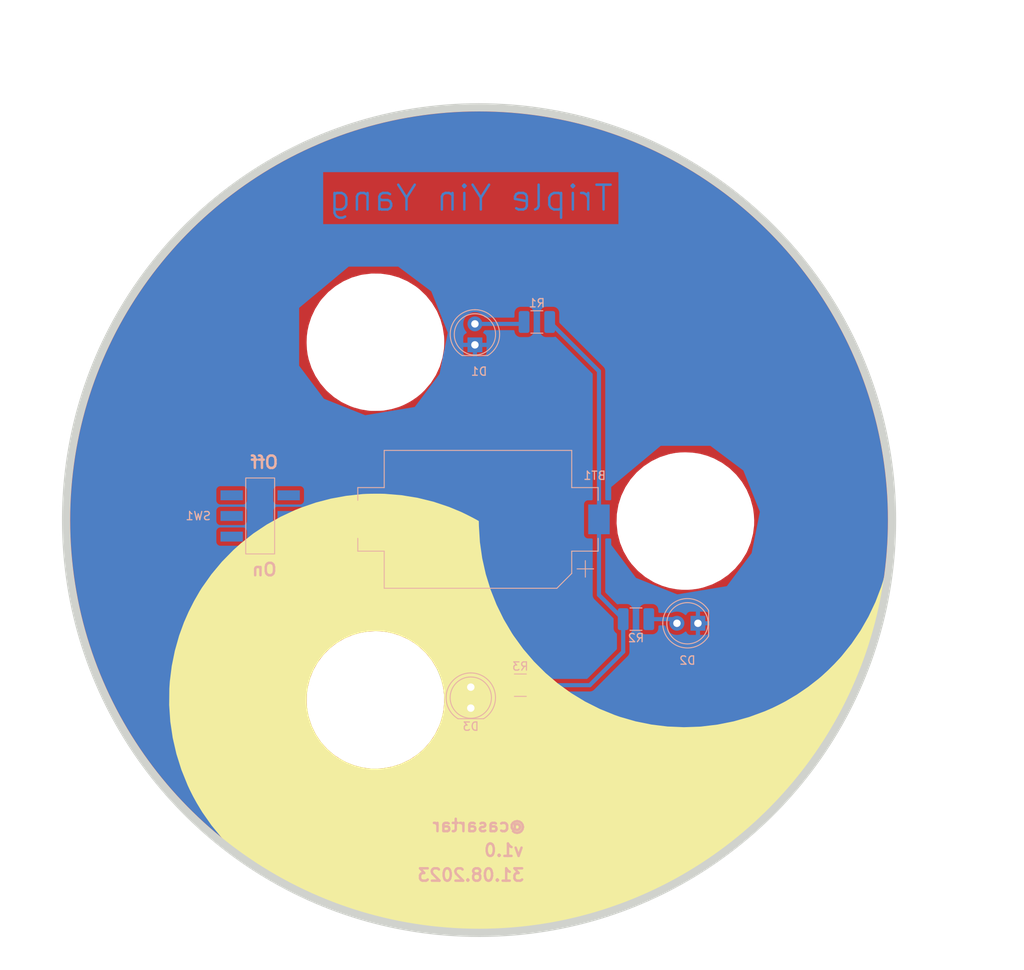
<source format=kicad_pcb>
(kicad_pcb (version 20211014) (generator pcbnew)
  (layers (0 "F.Cu" signal) (31 "B.Cu" signal) (34 "B.Paste" user) (35 "F.Paste" user) (36 "B.SilkS" user "B.Silkscreen") (37 "F.SilkS" user "F.Silkscreen") (38 "B.Mask" user) (39 "F.Mask" user) (44 "Edge.Cuts" user))
  (net 0 "")
  (net 1 "+3V0")
  (net 2 "Net-(BT1-Pad2)")
  (net 3 "GND")
  (net 4 "Net-(D1-Pad2)")
  (net 5 "Net-(D2-Pad2)")
  (net 10 "Net-(D3-Pad2)")
  (footprint "Graphics" (layer "F.Cu") (at 50 50)
    (fp_text reference "" (at 0 0) (layer "F.SilkS") (effects (font (size 1.27 1.27))))
    (fp_text value "" (at 0 0) (layer "F.SilkS") (effects (font (size 1.27 1.27))))
  )
  (footprint "Graphics" (layer "F.Cu") (at 50 50)
    (fp_text reference "" (at 0 0) (layer "F.SilkS") (effects (font (size 1.27 1.27))))
    (fp_text value "" (at 0 0) (layer "F.SilkS") (effects (font (size 1.27 1.27))))
    (fp_poly (pts (xy 50.896 0.099) (xy 51.44 0.107) (xy 51.81 0.118) (xy 54.428 0.284) (xy 56.966 0.57) (xy 59.455 0.982) (xy 61.91 1.52) (xy 64.628 2.268) (xy 67.282 3.162) (xy 69.876 4.203) (xy 72.414 5.393) (xy 74.899 6.734) (xy 76.43 7.651) (xy 78.722 9.17) (xy 80.938 10.825) (xy 83.068 12.606) (xy 85.1 14.504) (xy 87.024 16.508) (xy 88.83 18.609) (xy 90.422 20.68) (xy 92.032 23.03) (xy 93.499 25.449) (xy 94.821 27.937) (xy 95.997 30.49) (xy 97.028 33.109) (xy 97.566 34.68) (xy 98.352 37.356) (xy 98.982 40.061) (xy 99.46 42.801) (xy 99.784 45.581) (xy 99.956 48.406) (xy 99.987 50.18) (xy 99.984 50.911) (xy 99.974 51.544) (xy 99.955 52.143) (xy 99.925 52.768) (xy 99.899 53.21) (xy 99.645 56.022) (xy 99.236 58.8) (xy 98.674 61.54) (xy 97.96 64.237) (xy 97.097 66.885) (xy 96.087 69.48) (xy 94.931 72.017) (xy 93.632 74.49) (xy 92.191 76.895) (xy 90.611 79.226) (xy 88.894 81.479) (xy 88.141 82.39) (xy 86.942 83.75) (xy 85.647 85.115) (xy 84.309 86.431) (xy 83.22 87.432) (xy 81.046 89.258) (xy 78.784 90.952) (xy 76.437 92.512) (xy 74.011 93.935) (xy 71.51 95.218) (xy 68.939 96.359) (xy 66.303 97.355) (xy 65.482 97.631) (xy 62.908 98.391) (xy 60.269 99.016) (xy 57.59 99.501) (xy 54.897 99.842) (xy 52.218 100.033) (xy 52.04 100.04) (xy 51.774 100.048) (xy 51.396 100.055) (xy 50.943 100.061) (xy 50.455 100.066) (xy 49.97 100.07) (xy 49.526 100.072) (xy 49.162 100.071) (xy 48.915 100.068) (xy 48.9 100.068) (xy 47.481 100.014) (xy 46.167 99.934) (xy 44.905 99.823) (xy 43.641 99.678) (xy 42.92 99.58) (xy 40.143 99.106) (xy 37.406 98.478) (xy 34.715 97.698) (xy 32.075 96.768) (xy 29.491 95.69) (xy 26.967 94.466) (xy 24.51 93.098) (xy 22.125 91.588) (xy 21.471 91.141) (xy 19.216 89.475) (xy 17.053 87.68) (xy 14.989 85.764) (xy 13.034 83.734) (xy 11.194 81.599) (xy 11.018 81.38) (xy 9.308 79.128) (xy 7.735 76.795) (xy 6.302 74.387) (xy 5.009 71.909) (xy 4.956 71.79) (xy 29.131 71.79) (xy 29.133 72.143) (xy 29.139 72.388) (xy 29.153 72.581) (xy 29.175 72.773) (xy 29.176 72.78) (xy 29.244 73.231) (xy 29.323 73.618) (xy 29.382 73.859) (xy 29.745 74.955) (xy 30.246 75.975) (xy 30.876 76.909) (xy 31.627 77.747) (xy 32.491 78.48) (xy 33.46 79.099) (xy 34 79.37) (xy 34.93 79.728) (xy 35.908 79.977) (xy 36.62 80.079) (xy 36.815 80.097) (xy 36.93 80.108) (xy 37.096 80.114) (xy 37.367 80.112) (xy 37.686 80.104) (xy 37.999 80.093) (xy 38.25 80.078) (xy 38.328 80.071) (xy 39.465 79.868) (xy 40.554 79.517) (xy 41.581 79.024) (xy 42.53 78.396) (xy 43.267 77.761) (xy 44.027 76.912) (xy 44.662 75.967) (xy 45.166 74.934) (xy 45.337 74.476) (xy 45.575 73.663) (xy 45.715 72.876) (xy 45.773 72.03) (xy 45.775 71.964) (xy 45.754 71.083) (xy 45.653 70.277) (xy 45.46 69.476) (xy 45.361 69.16) (xy 45.22 68.76) (xy 45.078 68.414) (xy 44.897 68.036) (xy 44.858 67.96) (xy 44.278 66.993) (xy 43.566 66.111) (xy 42.73 65.326) (xy 42.33 65.016) (xy 41.446 64.462) (xy 40.469 64.013) (xy 39.537 63.712) (xy 38.792 63.552) (xy 38.057 63.471) (xy 37.47 63.454) (xy 36.496 63.504) (xy 35.571 63.665) (xy 34.8 63.886) (xy 33.754 64.315) (xy 32.787 64.876) (xy 31.911 65.558) (xy 31.135 66.349) (xy 30.469 67.236) (xy 29.924 68.207) (xy 29.511 69.252) (xy 29.251 70.285) (xy 29.192 70.641) (xy 29.155 70.957) (xy 29.137 71.297) (xy 29.131 71.724) (xy 29.131 71.79) (xy 4.956 71.79) (xy 3.86 69.366) (xy 2.856 66.764) (xy 2 64.109) (xy 1.293 61.404) (xy 0.738 58.657) (xy 0.336 55.872) (xy 0.119 53.51) (xy 0.069 52.631) (xy 0.033 51.677) (xy 0.01 50.697) (xy 0.007 50.401) (xy 66.649 50.401) (xy 66.772 51.565) (xy 66.791 51.673) (xy 67.069 52.748) (xy 67.495 53.785) (xy 68.059 54.761) (xy 68.461 55.31) (xy 69.241 56.162) (xy 70.12 56.889) (xy 71.101 57.492) (xy 71.29 57.589) (xy 72.172 57.968) (xy 73.072 58.233) (xy 73.96 58.39) (xy 74.592 58.442) (xy 75.273 58.445) (xy 75.81 58.41) (xy 76.351 58.339) (xy 76.834 58.243) (xy 77.17 58.158) (xy 78.246 57.784) (xy 79.252 57.271) (xy 80.178 56.629) (xy 81.009 55.868) (xy 81.733 54.999) (xy 82.338 54.031) (xy 82.447 53.82) (xy 82.888 52.759) (xy 83.176 51.648) (xy 83.303 50.639) (xy 83.313 50.024) (xy 83.273 49.344) (xy 83.188 48.683) (xy 83.15 48.478) (xy 82.846 47.373) (xy 82.403 46.335) (xy 81.83 45.374) (xy 81.137 44.502) (xy 80.334 43.73) (xy 79.431 43.07) (xy 78.439 42.533) (xy 77.64 42.217) (xy 76.751 41.968) (xy 75.86 41.83) (xy 74.98 41.791) (xy 74.342 41.808) (xy 73.778 41.865) (xy 73.204 41.973) (xy 72.965 42.029) (xy 71.891 42.375) (xy 70.877 42.863) (xy 69.938 43.482) (xy 69.089 44.22) (xy 68.345 45.068) (xy 67.72 46.012) (xy 67.715 46.02) (xy 67.218 47.059) (xy 66.873 48.14) (xy 66.683 49.257) (xy 66.649 50.401) (xy 0.007 50.401) (xy 0.002 49.739) (xy 0.009 48.851) (xy 0.028 48.21) (xy 0.186 45.705) (xy 0.454 43.283) (xy 0.836 40.909) (xy 1.151 39.36) (xy 1.836 36.612) (xy 2.67 33.922) (xy 3.651 31.293) (xy 4.779 28.727) (xy 4.941 28.411) (xy 29.123 28.411) (xy 29.126 28.656) (xy 29.16 29.326) (xy 29.242 29.932) (xy 29.372 30.53) (xy 29.71 31.553) (xy 30.192 32.542) (xy 30.803 33.469) (xy 31.528 34.308) (xy 31.56 34.341) (xy 32.428 35.099) (xy 33.384 35.724) (xy 34.423 36.212) (xy 34.84 36.361) (xy 35.665 36.591) (xy 36.51 36.733) (xy 36.84 36.767) (xy 37.029 36.774) (xy 37.322 36.774) (xy 37.666 36.769) (xy 38.009 36.759) (xy 38.298 36.746) (xy 38.48 36.732) (xy 39.388 36.563) (xy 40.227 36.318) (xy 40.55 36.198) (xy 40.891 36.048) (xy 41.292 35.848) (xy 41.681 35.634) (xy 41.91 35.495) (xy 42.485 35.098) (xy 42.98 34.692) (xy 43.41 34.278) (xy 44.162 33.397) (xy 44.776 32.436) (xy 45.25 31.402) (xy 45.58 30.297) (xy 45.752 29.26) (xy 45.775 28.93) (xy 45.786 28.522) (xy 45.783 28.11) (xy 45.768 27.768) (xy 45.762 27.71) (xy 45.599 26.662) (xy 45.325 25.692) (xy 44.925 24.752) (xy 44.861 24.626) (xy 44.291 23.687) (xy 43.593 22.817) (xy 42.79 22.047) (xy 42.3 21.666) (xy 41.334 21.072) (xy 40.302 20.618) (xy 39.22 20.309) (xy 38.104 20.146) (xy 36.97 20.135) (xy 35.835 20.276) (xy 35.671 20.31) (xy 34.594 20.622) (xy 33.568 21.08) (xy 32.611 21.672) (xy 31.739 22.386) (xy 30.97 23.213) (xy 30.715 23.544) (xy 30.147 24.444) (xy 29.691 25.42) (xy 29.38 26.378) (xy 29.231 27.069) (xy 29.148 27.719) (xy 29.123 28.411) (xy 4.941 28.411) (xy 6.053 26.227) (xy 7.471 23.794) (xy 9.031 21.431) (xy 10.734 19.141) (xy 11.029 18.77) (xy 12.344 17.206) (xy 13.768 15.647) (xy 15.259 14.142) (xy 16.77 12.738) (xy 18.945 10.911) (xy 21.206 9.217) (xy 23.549 7.659) (xy 25.969 6.239) (xy 28.46 4.959) (xy 31.019 3.822) (xy 33.641 2.83) (xy 36.321 1.986) (xy 39.055 1.292) (xy 39.23 1.253) (xy 41.681 0.777) (xy 44.157 0.427) (xy 46.692 0.198) (xy 47.97 0.128) (xy 48.431 0.113) (xy 49 0.103) (xy 49.631 0.097) (xy 50.278 0.095)) (layer "F.Cu") (width 0) (fill solid))
  )
  (footprint "Graphics" (layer "F.Cu") (at 50 50)
    (fp_text reference "" (at 0 0) (layer "F.SilkS") (effects (font (size 1.27 1.27))))
    (fp_text value "" (at 0 0) (layer "F.SilkS") (effects (font (size 1.27 1.27))))
    (fp_poly (pts (xy 38.226 46.808) (xy 38.587 46.818) (xy 38.59 46.818) (xy 40.597 46.983) (xy 42.562 47.303) (xy 44.484 47.776) (xy 46.365 48.405) (xy 47.737 48.972) (xy 48.103 49.143) (xy 48.546 49.36) (xy 49.003 49.591) (xy 49.411 49.805) (xy 49.56 49.886) (xy 49.97 50.113) (xy 49.984 50.731) (xy 50.106 52.686) (xy 50.384 54.627) (xy 50.815 56.543) (xy 51.395 58.42) (xy 52.121 60.249) (xy 52.988 62.018) (xy 53.992 63.714) (xy 54.187 64.01) (xy 55.36 65.624) (xy 56.65 67.13) (xy 58.049 68.524) (xy 59.551 69.799) (xy 61.148 70.952) (xy 62.834 71.977) (xy 64.602 72.867) (xy 66.445 73.619) (xy 67.083 73.841) (xy 68.952 74.379) (xy 70.869 74.767) (xy 72.819 75.005) (xy 74.791 75.089) (xy 76.769 75.019) (xy 76.9 75.009) (xy 78.862 74.774) (xy 80.81 74.384) (xy 82.723 73.845) (xy 84.582 73.162) (xy 85.451 72.784) (xy 85.74 72.647) (xy 86.111 72.464) (xy 86.505 72.266) (xy 86.862 72.082) (xy 87.09 71.96) (xy 88.488 71.13) (xy 89.852 70.197) (xy 91.128 69.2) (xy 91.51 68.872) (xy 92.241 68.2) (xy 92.99 67.456) (xy 93.692 66.706) (xy 93.892 66.48) (xy 95.096 64.981) (xy 96.186 63.378) (xy 97.153 61.685) (xy 97.989 59.919) (xy 98.684 58.095) (xy 98.909 57.39) (xy 99.414 55.464) (xy 99.76 53.522) (xy 99.951 51.551) (xy 99.981 50.86) (xy 99.988 50.623) (xy 99.992 50.515) (xy 99.993 50.542) (xy 99.992 50.713) (xy 99.989 51.036) (xy 99.988 51.06) (xy 99.894 53.446) (xy 99.669 55.884) (xy 99.32 58.341) (xy 98.851 60.785) (xy 98.268 63.182) (xy 97.686 65.16) (xy 97.599 65.433) (xy 97.524 65.671) (xy 97.495 65.76) (xy 97.411 66.016) (xy 97.286 66.376) (xy 97.138 66.796) (xy 96.982 67.23) (xy 96.833 67.634) (xy 96.816 67.68) (xy 95.763 70.269) (xy 94.562 72.802) (xy 93.22 75.268) (xy 91.743 77.653) (xy 91.593 77.88) (xy 89.98 80.156) (xy 88.241 82.335) (xy 86.381 84.414) (xy 84.405 86.385) (xy 82.321 88.243) (xy 80.132 89.983) (xy 77.846 91.6) (xy 77.43 91.873) (xy 75.007 93.355) (xy 72.513 94.695) (xy 69.953 95.892) (xy 67.334 96.942) (xy 64.662 97.845) (xy 61.943 98.598) (xy 59.182 99.2) (xy 56.386 99.648) (xy 53.561 99.942) (xy 51.38 100.06) (xy 51.107 100.066) (xy 50.719 100.071) (xy 50.259 100.074) (xy 49.767 100.076) (xy 49.285 100.075) (xy 48.853 100.074) (xy 48.513 100.07) (xy 48.36 100.066) (xy 45.888 99.933) (xy 43.497 99.692) (xy 41.146 99.339) (xy 38.93 98.897) (xy 36.217 98.213) (xy 33.55 97.375) (xy 30.93 96.385) (xy 28.361 95.244) (xy 25.846 93.954) (xy 24.87 93.404) (xy 23.225 92.362) (xy 21.667 91.189) (xy 20.205 89.895) (xy 18.846 88.487) (xy 17.601 86.975) (xy 16.478 85.368) (xy 15.826 84.29) (xy 15.369 83.462) (xy 14.973 82.674) (xy 14.716 82.12) (xy 13.961 80.248) (xy 13.358 78.332) (xy 12.91 76.381) (xy 12.617 74.404) (xy 12.481 72.406) (xy 12.483 72.197) (xy 29.134 72.197) (xy 29.17 72.648) (xy 29.369 73.78) (xy 29.715 74.86) (xy 30.199 75.876) (xy 30.814 76.815) (xy 31.552 77.663) (xy 32.404 78.409) (xy 32.882 78.746) (xy 33.888 79.312) (xy 34.95 79.729) (xy 36.071 79.998) (xy 36.9 80.1) (xy 37.165 80.109) (xy 37.516 80.109) (xy 37.878 80.099) (xy 38.177 80.081) (xy 38.19 80.08) (xy 39.337 79.894) (xy 40.44 79.556) (xy 41.489 79.069) (xy 42.026 78.747) (xy 42.928 78.066) (xy 43.723 77.273) (xy 44.402 76.382) (xy 44.956 75.405) (xy 45.376 74.358) (xy 45.654 73.254) (xy 45.699 72.976) (xy 45.777 72.029) (xy 45.749 71.049) (xy 45.639 70.23) (xy 45.349 69.121) (xy 44.921 68.082) (xy 44.365 67.124) (xy 43.693 66.255) (xy 42.915 65.485) (xy 42.041 64.824) (xy 41.081 64.281) (xy 40.045 63.865) (xy 38.945 63.586) (xy 38.272 63.49) (xy 37.909 63.467) (xy 37.467 63.46) (xy 37.025 63.467) (xy 36.668 63.49) (xy 35.515 63.686) (xy 34.421 64.027) (xy 33.395 64.507) (xy 32.448 65.121) (xy 31.59 65.864) (xy 30.831 66.728) (xy 30.71 66.891) (xy 30.11 67.849) (xy 29.647 68.877) (xy 29.327 69.957) (xy 29.154 71.07) (xy 29.134 72.197) (xy 12.483 72.197) (xy 12.502 70.397) (xy 12.561 69.53) (xy 12.793 67.672) (xy 13.172 65.812) (xy 13.688 63.986) (xy 14.268 62.394) (xy 14.838 61.097) (xy 15.492 59.807) (xy 16.195 58.587) (xy 16.446 58.19) (xy 17.593 56.568) (xy 18.865 55.044) (xy 20.262 53.62) (xy 21.19 52.789) (xy 22.684 51.615) (xy 24.285 50.547) (xy 25.97 49.599) (xy 27.715 48.784) (xy 28.44 48.493) (xy 30.237 47.877) (xy 32.052 47.403) (xy 33.913 47.063) (xy 35.846 46.852) (xy 36.03 46.839) (xy 36.352 46.824) (xy 36.784 46.812) (xy 37.274 46.806) (xy 37.771 46.804)) (layer "F.SilkS") (width 0) (fill solid))
  )
  (footprint "Graphics" (layer "F.Cu") (at 50 50)
    (fp_text reference "" (at 0 0) (layer "F.SilkS") (effects (font (size 1.27 1.27))))
    (fp_text value "" (at 0 0) (layer "F.SilkS") (effects (font (size 1.27 1.27))))
  )
  (footprint "Graphics" (layer "F.Cu") (at 50 50)
    (fp_text reference "" (at 0 0) (layer "F.SilkS") (effects (font (size 1.27 1.27))))
    (fp_text value "" (at 0 0) (layer "F.SilkS") (effects (font (size 1.27 1.27))))
  )
  (footprint "LED_THT:LED_D5.0mm" (layer "B.Cu") (at 126.5 112.5 180)
    (fp_text reference "D2" (at 1.27 -4.5) (layer "B.SilkS") (effects (justify mirror)))
    (fp_text value "LED")
    (fp_line (start -1.29 1.545) (end -1.29 -1.545) (layer "B.SilkS") (width 0.12))
    (fp_arc (start -1.29 -1.54483) (mid 2.072002 -2.880433) (end 4.26 0.000462) (layer "B.SilkS") (width 0.12))
    (fp_arc (start 4.26 -0.000462) (mid 2.072002 2.880433) (end -1.29 1.54483) (layer "B.SilkS") (width 0.12))
    (fp_circle (center 1.27 0) (end 3.77 0) (layer "B.SilkS") (width 0.12) (fill none))
    (pad "1" thru_hole rect (at 0 0 180) (size 1.8 1.8) (drill 0.9) (layers *.Cu *.Mask) (net 3 "GND"))
    (pad "2" thru_hole circle (at 2.54 0 180) (size 1.8 1.8) (drill 0.9) (layers *.Cu *.Mask) (net 5 "Net-(D2-Pad2)"))
  )
  (footprint "LED_THT:LED_D5.0mm" (layer "B.Cu") (at 99 122.775 90)
    (fp_text reference "D3" (at -2.225 0 180) (layer "B.SilkS") (effects (justify mirror)))
    (fp_text value "LED")
    (fp_line (start -1.29 1.545) (end -1.29 -1.545) (layer "B.SilkS") (width 0.12))
    (fp_arc (start 4.26 -0.000462) (mid 2.072002 2.880433) (end -1.29 1.54483) (layer "B.SilkS") (width 0.12))
    (fp_arc (start -1.29 -1.54483) (mid 2.072002 -2.880433) (end 4.26 0.000462) (layer "B.SilkS") (width 0.12))
    (fp_circle (center 1.27 0) (end 3.77 0) (layer "B.SilkS") (width 0.12) (fill none))
    (pad "1" thru_hole rect (at 0 0 90) (size 1.8 1.8) (drill 0.9) (layers *.Cu *.Mask) (net 3 "GND"))
    (pad "2" thru_hole circle (at 2.54 0 90) (size 1.8 1.8) (drill 0.9) (layers *.Cu *.Mask) (net 10 "Net-(D3-Pad2)"))
  )
  (footprint "Graphics" (layer "B.Cu") (at 50 50)
    (fp_text reference "" (at 0 0) (layer "F.SilkS") (effects (font (size 1.27 1.27))))
    (fp_text value "" (at 0 0) (layer "F.SilkS") (effects (font (size 1.27 1.27))))
  )
  (footprint "Resistor_SMD:R_1210_3225Metric_Pad1.30x2.65mm_HandSolder" (layer "B.Cu") (at 119 112)
    (fp_text reference "R2" (at 0 2.28) (layer "B.SilkS") (effects (justify mirror)))
    (fp_text value "200")
    (fp_line (start -0.723737 -1.355) (end 0.723737 -1.355) (layer "B.SilkS") (width 0.12))
    (fp_line (start -0.723737 1.355) (end 0.723737 1.355) (layer "B.SilkS") (width 0.12))
    (pad "1" smd roundrect (at -1.55 0) (size 1.3 2.65) (layers "B.Cu" "B.Paste" "B.Mask") (roundrect_rratio 0.192308) (net 1 "+3V0"))
    (pad "2" smd roundrect (at 1.55 0) (size 1.3 2.65) (layers "B.Cu" "B.Paste" "B.Mask") (roundrect_rratio 0.192308) (net 5 "Net-(D2-Pad2)"))
  )
  (footprint "MSS22D18G2:MSS22D18G2" (layer "B.Cu") (at 73.5 99.5 90)
    (fp_text reference "SW1" (at 0 -7.5 unlocked) (layer "B.SilkS") (effects (justify mirror)))
    (fp_text value "SW_DPDT_x2")
    (fp_rect (start -4.6 1.75) (end 4.6 -1.75) (layer "B.SilkS") (width 0.12) (fill none))
    (pad "1" smd rect (at -2.5 3.45) (size 2.7 1.2) (layers "B.Cu" "B.Paste" "B.Mask") (net 3 "GND"))
    (pad "2" smd rect (at 0 3.45) (size 2.7 1.2) (layers "B.Cu" "B.Paste" "B.Mask") (net 2 "Net-(BT1-Pad2)"))
    (pad "3" smd rect (at 2.5 3.45) (size 2.7 1.2) (layers "B.Cu" "B.Paste" "B.Mask"))
    (pad "4" smd rect (at -2.5 -3.45) (size 2.7 1.2) (layers "B.Cu" "B.Paste" "B.Mask"))
    (pad "5" smd rect (at 0 -3.45) (size 2.7 1.2) (layers "B.Cu" "B.Paste" "B.Mask"))
    (pad "6" smd rect (at 2.5 -3.45) (size 2.7 1.2) (layers "B.Cu" "B.Paste" "B.Mask"))
  )
  (footprint "LED_THT:LED_D5.0mm" (layer "B.Cu") (at 99.5 78.775 90)
    (fp_text reference "D1" (at -3.225 0.5 180) (layer "B.SilkS") (effects (justify mirror)))
    (fp_text value "LED")
    (fp_line (start -1.29 1.545) (end -1.29 -1.545) (layer "B.SilkS") (width 0.12))
    (fp_arc (start 4.26 -0.000462) (mid 2.072002 2.880433) (end -1.29 1.54483) (layer "B.SilkS") (width 0.12))
    (fp_arc (start -1.29 -1.54483) (mid 2.072002 -2.880433) (end 4.26 0.000462) (layer "B.SilkS") (width 0.12))
    (fp_circle (center 1.27 0) (end 3.77 0) (layer "B.SilkS") (width 0.12) (fill none))
    (pad "1" thru_hole rect (at 0 0 90) (size 1.8 1.8) (drill 0.9) (layers *.Cu *.Mask) (net 3 "GND"))
    (pad "2" thru_hole circle (at 2.54 0 90) (size 1.8 1.8) (drill 0.9) (layers *.Cu *.Mask) (net 4 "Net-(D1-Pad2)"))
  )
  (footprint "Resistor_SMD:R_1210_3225Metric_Pad1.30x2.65mm_HandSolder" (layer "B.Cu") (at 105 120 180)
    (fp_text reference "R3" (at 0 2.28) (layer "B.SilkS") (effects (justify mirror)))
    (fp_text value "200")
    (fp_line (start -0.723737 -1.355) (end 0.723737 -1.355) (layer "B.SilkS") (width 0.12))
    (fp_line (start -0.723737 1.355) (end 0.723737 1.355) (layer "B.SilkS") (width 0.12))
    (pad "1" smd roundrect (at -1.55 0 180) (size 1.3 2.65) (layers "B.Cu" "B.Paste" "B.Mask") (roundrect_rratio 0.192308) (net 1 "+3V0"))
    (pad "2" smd roundrect (at 1.55 0 180) (size 1.3 2.65) (layers "B.Cu" "B.Paste" "B.Mask") (roundrect_rratio 0.192308) (net 10 "Net-(D3-Pad2)"))
  )
  (footprint "Battery:BatteryHolder_Keystone_1060_1x2032" (layer "B.Cu") (at 99.8685 99.911 180)
    (fp_text reference "BT1" (at -14.125 5.3) (layer "B.SilkS") (effects (justify mirror)))
    (fp_text value "Battery_Cell")
    (fp_line (start -9.55 -8.35) (end -11.35 -6.55) (layer "B.SilkS") (width 0.12))
    (fp_line (start 11.35 8.35) (end 11.35 3.85) (layer "B.SilkS") (width 0.12))
    (fp_line (start -12 -6) (end -14 -6) (layer "B.SilkS") (width 0.12))
    (fp_line (start 11.35 -8.35) (end -9.55 -8.35) (layer "B.SilkS") (width 0.12))
    (fp_line (start -14.55 3.85) (end -14.55 2.3) (layer "B.SilkS") (width 0.12))
    (fp_line (start -14.55 -3.85) (end -14.55 -2.3) (layer "B.SilkS") (width 0.12))
    (fp_line (start 14.55 -3.85) (end 14.55 -2.3) (layer "B.SilkS") (width 0.12))
    (fp_line (start 11.35 -3.85) (end 14.55 -3.85) (layer "B.SilkS") (width 0.12))
    (fp_line (start -11.35 -6.55) (end -11.35 -3.85) (layer "B.SilkS") (width 0.12))
    (fp_line (start 11.35 3.85) (end 14.55 3.85) (layer "B.SilkS") (width 0.12))
    (fp_line (start -11.35 -3.85) (end -14.55 -3.85) (layer "B.SilkS") (width 0.12))
    (fp_line (start 11.35 -8.35) (end 11.35 -3.85) (layer "B.SilkS") (width 0.12))
    (fp_line (start -11.35 8.35) (end 11.35 8.35) (layer "B.SilkS") (width 0.12))
    (fp_line (start -11.35 3.85) (end -14.55 3.85) (layer "B.SilkS") (width 0.12))
    (fp_line (start 14.55 3.85) (end 14.55 2.3) (layer "B.SilkS") (width 0.12))
    (fp_line (start -13 -5) (end -13 -7) (layer "B.SilkS") (width 0.12))
    (fp_line (start -11.35 8.35) (end -11.35 3.85) (layer "B.SilkS") (width 0.12))
    (pad "1" smd rect (at -14.65 0) (size 2.6 3.6) (layers "B.Cu" "B.Paste" "B.Mask") (net 1 "+3V0"))
    (pad "2" smd rect (at 14.65 0) (size 2.6 3.6) (layers "B.Cu" "B.Paste" "B.Mask") (net 2 "Net-(BT1-Pad2)"))
  )
  (footprint "Resistor_SMD:R_1210_3225Metric_Pad1.30x2.65mm_HandSolder" (layer "B.Cu") (at 107 76 180)
    (fp_text reference "R1" (at 0 2.28) (layer "B.SilkS") (effects (justify mirror)))
    (fp_text value "200")
    (fp_line (start -0.723737 1.355) (end 0.723737 1.355) (layer "B.SilkS") (width 0.12))
    (fp_line (start -0.723737 -1.355) (end 0.723737 -1.355) (layer "B.SilkS") (width 0.12))
    (pad "1" smd roundrect (at -1.55 0 180) (size 1.3 2.65) (layers "B.Cu" "B.Paste" "B.Mask") (roundrect_rratio 0.192308) (net 1 "+3V0"))
    (pad "2" smd roundrect (at 1.55 0 180) (size 1.3 2.65) (layers "B.Cu" "B.Paste" "B.Mask") (roundrect_rratio 0.192308) (net 4 "Net-(D1-Pad2)"))
  )
  (gr_poly (pts (xy 150 100) (xy 149.99 100.995) (xy 149.961 101.986) (xy 149.913 102.971) (xy 149.846 103.952) (xy 149.76 104.927) (xy 149.656 105.897) (xy 149.533 106.861) (xy 149.392 107.82) (xy 149.233 108.772) (xy 149.056 109.718) (xy 148.862 110.658) (xy 148.65 111.591) (xy 148.42 112.518) (xy 148.174 113.438) (xy 147.91 114.351) (xy 147.63 115.256) (xy 147.333 116.154) (xy 147.02 117.045) (xy 146.69 117.927) (xy 146.344 118.802) (xy 145.983 119.668) (xy 145.606 120.527) (xy 145.213 121.376) (xy 144.805 122.217) (xy 144.382 123.05) (xy 143.944 123.873) (xy 143.491 124.687) (xy 143.023 125.491) (xy 142.541 126.286) (xy 142.045 127.071) (xy 141.534 127.846) (xy 141.01 128.611) (xy 140.472 129.366) (xy 139.92 130.111) (xy 139.355 130.844) (xy 138.777 131.567) (xy 138.186 132.279) (xy 137.582 132.979) (xy 136.966 133.669) (xy 136.337 134.346) (xy 135.695 135.012) (xy 135.042 135.666) (xy 134.376 136.308) (xy 133.699 136.938) (xy 133.011 137.555) (xy 132.311 138.159) (xy 131.599 138.751) (xy 130.877 139.33) (xy 130.144 139.895) (xy 129.4 140.447) (xy 128.646 140.986) (xy 127.881 141.511) (xy 127.106 142.022) (xy 126.321 142.519) (xy 125.527 143.002) (xy 124.723 143.47) (xy 123.909 143.924) (xy 123.087 144.362) (xy 122.255 144.786) (xy 121.414 145.195) (xy 120.565 145.588) (xy 119.707 145.966) (xy 118.841 146.329) (xy 117.967 146.675) (xy 117.084 147.005) (xy 116.194 147.319) (xy 115.297 147.617) (xy 114.392 147.898) (xy 113.479 148.162) (xy 112.56 148.409) (xy 111.633 148.64) (xy 110.7 148.852) (xy 109.761 149.048) (xy 108.815 149.225) (xy 107.863 149.385) (xy 106.904 149.527) (xy 105.941 149.651) (xy 104.971 149.756) (xy 103.996 149.843) (xy 103.016 149.911) (xy 102.03 149.96) (xy 101.04 149.989) (xy 100.045 150) (xy 100 150) (xy 99.005 149.99) (xy 98.014 149.961) (xy 97.029 149.913) (xy 96.048 149.846) (xy 95.073 149.76) (xy 94.103 149.656) (xy 93.139 149.533) (xy 92.18 149.392) (xy 91.228 149.233) (xy 90.282 149.056) (xy 89.342 148.862) (xy 88.409 148.65) (xy 87.482 148.42) (xy 86.562 148.174) (xy 85.649 147.91) (xy 84.744 147.63) (xy 83.846 147.333) (xy 82.955 147.02) (xy 82.073 146.69) (xy 81.198 146.344) (xy 80.332 145.983) (xy 79.473 145.606) (xy 78.624 145.213) (xy 77.783 144.805) (xy 76.95 144.382) (xy 76.127 143.944) (xy 75.313 143.491) (xy 74.509 143.023) (xy 73.714 142.541) (xy 72.929 142.045) (xy 72.154 141.534) (xy 71.389 141.01) (xy 70.634 140.472) (xy 69.889 139.92) (xy 69.156 139.355) (xy 68.433 138.777) (xy 67.721 138.186) (xy 67.021 137.582) (xy 66.331 136.966) (xy 65.654 136.337) (xy 64.988 135.695) (xy 64.334 135.042) (xy 63.692 134.376) (xy 63.062 133.699) (xy 62.445 133.011) (xy 61.841 132.311) (xy 61.249 131.599) (xy 60.67 130.877) (xy 60.105 130.144) (xy 59.553 129.4) (xy 59.014 128.646) (xy 58.489 127.881) (xy 57.978 127.106) (xy 57.481 126.321) (xy 56.998 125.527) (xy 56.53 124.723) (xy 56.076 123.909) (xy 55.638 123.087) (xy 55.214 122.255) (xy 54.805 121.414) (xy 54.412 120.565) (xy 54.034 119.707) (xy 53.671 118.841) (xy 53.325 117.967) (xy 52.995 117.084) (xy 52.681 116.194) (xy 52.383 115.297) (xy 52.102 114.392) (xy 51.838 113.479) (xy 51.591 112.56) (xy 51.36 111.633) (xy 51.148 110.7) (xy 50.952 109.761) (xy 50.775 108.815) (xy 50.615 107.863) (xy 50.473 106.904) (xy 50.349 105.941) (xy 50.244 104.971) (xy 50.157 103.996) (xy 50.089 103.016) (xy 50.04 102.03) (xy 50.011 101.04) (xy 50 100.045) (xy 50 100) (xy 50.01 99.005) (xy 50.039 98.014) (xy 50.087 97.029) (xy 50.154 96.048) (xy 50.24 95.073) (xy 50.344 94.103) (xy 50.467 93.139) (xy 50.608 92.18) (xy 50.767 91.228) (xy 50.944 90.282) (xy 51.138 89.342) (xy 51.35 88.409) (xy 51.58 87.482) (xy 51.826 86.562) (xy 52.09 85.649) (xy 52.37 84.744) (xy 52.667 83.846) (xy 52.98 82.955) (xy 53.31 82.073) (xy 53.656 81.198) (xy 54.017 80.332) (xy 54.394 79.473) (xy 54.787 78.624) (xy 55.195 77.783) (xy 55.618 76.95) (xy 56.056 76.127) (xy 56.509 75.313) (xy 56.977 74.509) (xy 57.459 73.714) (xy 57.955 72.929) (xy 58.466 72.154) (xy 58.99 71.389) (xy 59.528 70.634) (xy 60.08 69.889) (xy 60.645 69.156) (xy 61.223 68.433) (xy 61.814 67.721) (xy 62.418 67.021) (xy 63.034 66.331) (xy 63.663 65.654) (xy 64.305 64.988) (xy 64.958 64.334) (xy 65.624 63.692) (xy 66.301 63.062) (xy 66.989 62.445) (xy 67.689 61.841) (xy 68.401 61.249) (xy 69.123 60.67) (xy 69.856 60.105) (xy 70.6 59.553) (xy 71.354 59.014) (xy 72.119 58.489) (xy 72.894 57.978) (xy 73.679 57.481) (xy 74.473 56.998) (xy 75.277 56.53) (xy 76.091 56.076) (xy 76.913 55.638) (xy 77.745 55.214) (xy 78.586 54.805) (xy 79.435 54.412) (xy 80.293 54.034) (xy 81.159 53.671) (xy 82.033 53.325) (xy 82.916 52.995) (xy 83.806 52.681) (xy 84.703 52.383) (xy 85.608 52.102) (xy 86.521 51.838) (xy 87.44 51.591) (xy 88.367 51.36) (xy 89.3 51.148) (xy 90.239 50.952) (xy 91.185 50.775) (xy 92.137 50.615) (xy 93.096 50.473) (xy 94.059 50.349) (xy 95.029 50.244) (xy 96.004 50.157) (xy 96.984 50.089) (xy 97.97 50.04) (xy 98.96 50.011) (xy 99.955 50) (xy 100 50) (xy 100.995 50.01) (xy 101.986 50.039) (xy 102.971 50.087) (xy 103.952 50.154) (xy 104.927 50.24) (xy 105.897 50.344) (xy 106.861 50.467) (xy 107.82 50.608) (xy 108.772 50.767) (xy 109.718 50.944) (xy 110.658 51.138) (xy 111.591 51.35) (xy 112.518 51.58) (xy 113.438 51.826) (xy 114.351 52.09) (xy 115.256 52.37) (xy 116.154 52.667) (xy 117.045 52.98) (xy 117.927 53.31) (xy 118.802 53.656) (xy 119.668 54.017) (xy 120.527 54.394) (xy 121.376 54.787) (xy 122.217 55.195) (xy 123.05 55.618) (xy 123.873 56.056) (xy 124.687 56.509) (xy 125.491 56.977) (xy 126.286 57.459) (xy 127.071 57.955) (xy 127.846 58.466) (xy 128.611 58.99) (xy 129.366 59.528) (xy 130.111 60.08) (xy 130.844 60.645) (xy 131.567 61.223) (xy 132.279 61.814) (xy 132.979 62.418) (xy 133.669 63.034) (xy 134.346 63.663) (xy 135.012 64.305) (xy 135.666 64.958) (xy 136.308 65.624) (xy 136.938 66.301) (xy 137.555 66.989) (xy 138.159 67.689) (xy 138.751 68.401) (xy 139.33 69.123) (xy 139.895 69.856) (xy 140.447 70.6) (xy 140.986 71.354) (xy 141.511 72.119) (xy 142.022 72.894) (xy 142.519 73.679) (xy 143.002 74.473) (xy 143.47 75.277) (xy 143.924 76.091) (xy 144.362 76.913) (xy 144.786 77.745) (xy 145.195 78.586) (xy 145.588 79.435) (xy 145.966 80.293) (xy 146.329 81.159) (xy 146.675 82.033) (xy 147.005 82.916) (xy 147.319 83.806) (xy 147.617 84.703) (xy 147.898 85.608) (xy 148.162 86.521) (xy 148.409 87.44) (xy 148.64 88.367) (xy 148.852 89.3) (xy 149.048 90.239) (xy 149.225 91.185) (xy 149.385 92.137) (xy 149.527 93.096) (xy 149.651 94.059) (xy 149.756 95.029) (xy 149.843 96.004) (xy 149.911 96.984) (xy 149.96 97.97) (xy 149.989 98.96) (xy 150 99.955) (xy 150 100)) (layer "Edge.Cuts") (width 1) (fill none))
  (gr_text "Triple Yin Yang" (at 99 61) (layer "B.Cu") (effects (font (size 3 3) (thickness 0.3)) (justify mirror)))
  (gr_text "On" (at 74 106) (layer "B.SilkS") (effects (font (size 1.5 1.5) (thickness 0.3)) (justify mirror)))
  (gr_text "@casartar\n" (at 100 137) (layer "B.SilkS") (effects (font (size 1.5 1.5) (thickness 0.3)) (justify mirror)))
  (gr_text "Off" (at 74 93) (layer "B.SilkS") (effects (font (size 1.5 1.5) (thickness 0.3)) (justify mirror)))
  (gr_text "v1.0" (at 103 140) (layer "B.SilkS") (effects (font (size 1.5 1.5) (thickness 0.3)) (justify mirror)))
  (gr_text "31.08.2023" (at 99 143) (layer "B.SilkS") (effects (font (size 1.5 1.5) (thickness 0.3)) (justify mirror)))
  (segment (start 114.5185 81.9685) (end 108.55 76) (width 0.5) (layer "B.Cu") (net 1))
  (segment (start 113.4 120) (end 117.45 115.95) (width 0.5) (layer "B.Cu") (net 1))
  (segment (start 114.5185 99.911) (end 114.5185 81.9685) (width 0.5) (layer "B.Cu") (net 1))
  (segment (start 114.5185 99.911) (end 114.5185 109.0685) (width 0.5) (layer "B.Cu") (net 1))
  (segment (start 106.55 120) (end 113.4 120) (width 0.5) (layer "B.Cu") (net 1))
  (segment (start 117.45 115.95) (end 117.45 112) (width 0.5) (layer "B.Cu") (net 1))
  (segment (start 114.5185 109.0685) (end 117.45 112) (width 0.5) (layer "B.Cu") (net 1))
  (segment (start 84.8075 99.5) (end 85.2185 99.911) (width 0.5) (layer "B.Cu") (net 2))
  (segment (start 76.95 99.5) (end 84.8075 99.5) (width 0.5) (layer "B.Cu") (net 2))
  (segment (start 105.45 76) (end 105.215 76.235) (width 0.5) (layer "B.Cu") (net 4))
  (segment (start 105.215 76.235) (end 99.5 76.235) (width 0.5) (layer "B.Cu") (net 4))
  (segment (start 123.46 112) (end 123.96 112.5) (width 0.5) (layer "B.Cu") (net 5))
  (segment (start 120.55 112) (end 123.46 112) (width 0.5) (layer "B.Cu") (net 5))
  (segment (start 103.215 120.235) (end 103.45 120) (width 0.5) (layer "B.Cu") (net 10))
  (segment (start 99 120.235) (end 103.215 120.235) (width 0.5) (layer "B.Cu") (net 10))
  (zone (net 3) (net_name "GND") (layer "B.Cu") (connect_pads (clearance 0.508)) (min_thickness 0.254) (fill yes (thermal_gap 0.508) (thermal_bridge_width 0.508))
    (polygon (pts (xy 148.5 43.5) (xy 166 107.5) (xy 141.5 154) (xy 66.997026 154.493397) (xy 67 154.5) (xy 66 154.5) (xy 66.997026 154.493397) (xy 42 99) (xy 50 50) (xy 96.5 37)))
  )
  (zone (net 0) (net_name "") (layer "B.Cu") (connect_pads (clearance 0)) (min_thickness 0.254)
    (keepout (tracks not_allowed) (vias not_allowed) (pads not_allowed) (copperpour not_allowed) (footprints allowed))
    (fill (thermal_gap 0.508) (thermal_bridge_width 0.508))
    (polygon (pts (xy 94.216216 72.297297) (xy 96.216216 77.297297) (xy 95.216216 82.297297) (xy 92.216216 86.297297) (xy 86.216216 87.297297) (xy 81.216216 85.297297) (xy 78.216216 81.297297) (xy 78.216216 74.297297) (xy 84.216216 69.297297) (xy 90.216216 69.297297)))
  )
  (zone (net 0) (net_name "") (layer "B.Cu") (connect_pads (clearance 0)) (min_thickness 0.254)
    (keepout (tracks not_allowed) (vias not_allowed) (pads not_allowed) (copperpour not_allowed) (footprints allowed))
    (fill (thermal_gap 0.508) (thermal_bridge_width 0.508))
    (polygon (pts (xy 132 94) (xy 134 99) (xy 133 104) (xy 130 108) (xy 124 109) (xy 119 107) (xy 116 103) (xy 116 96) (xy 122 91) (xy 128 91)))
  )
  (zone (net 0) (net_name "") (layer "B.Cu") (connect_pads (clearance 0)) (min_thickness 0.254)
    (keepout (tracks not_allowed) (vias not_allowed) (pads not_allowed) (copperpour not_allowed) (footprints allowed))
    (fill (thermal_gap 0.508) (thermal_bridge_width 0.508))
    (polygon (pts (xy 94.216216 116.297297) (xy 96.216216 121.297297) (xy 95.216216 126.297297) (xy 92.216216 130.297297) (xy 86.216216 131.297297) (xy 81.216216 129.297297) (xy 78.216216 125.297297) (xy 78.216216 118.297297) (xy 84.216216 113.297297) (xy 90.216216 113.297297)))
  )
)
</source>
